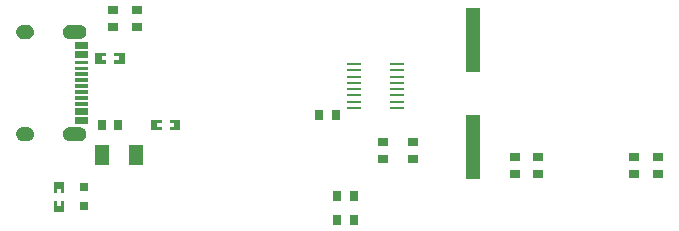
<source format=gtp>
G04 Layer: TopPasteMaskLayer*
G04 EasyEDA Pro v2.2.27.1, 2024-09-16 11:55:17*
G04 Gerber Generator version 0.3*
G04 Scale: 100 percent, Rotated: No, Reflected: No*
G04 Dimensions in millimeters*
G04 Leading zeros omitted, absolute positions, 3 integers and 5 decimals*
%FSLAX35Y35*%
%MOMM*%
%ADD10R,0.8X0.9*%
%ADD11R,0.9X0.8*%
%ADD12R,0.8X0.9*%
%ADD13R,1.2X0.25001*%
%ADD14R,1.3X5.49999*%
%ADD15R,0.9089X0.8*%
%ADD16R,0.9X0.8*%
%ADD17R,0.8001X0.8001*%
%ADD18R,1.19009X1.72799*%
G75*


G04 PolygonModel Start*
G36*
G01X576204Y-876607D02*
G01X686204Y-876607D01*
G01X686204Y-846605D01*
G01X576204Y-846605D01*
G01X576204Y-876607D01*
G37*
G36*
G01X686204Y-896617D02*
G01X576204Y-896617D01*
G01X576204Y-926620D01*
G01X686204Y-926620D01*
G01X686204Y-896617D01*
G37*
G36*
G01X686204Y-386598D02*
G01X576204Y-386598D01*
G01X576204Y-446598D01*
G01X686204Y-446598D01*
G01X686204Y-386598D01*
G37*
G36*
G01X576204Y-826595D02*
G01X686204Y-826595D01*
G01X686204Y-796592D01*
G01X576204Y-796592D01*
G01X576204Y-826595D01*
G37*
G36*
G01X686204Y-946617D02*
G01X576204Y-946617D01*
G01X576204Y-1006617D01*
G01X686204Y-1006617D01*
G01X686204Y-946617D01*
G37*
G36*
G01X576204Y-1086602D02*
G01X686204Y-1086602D01*
G01X686204Y-1026602D01*
G01X576204Y-1026602D01*
G01X576204Y-1086602D01*
G37*
G36*
G01X576204Y-776608D02*
G01X686204Y-776608D01*
G01X686204Y-746605D01*
G01X576204Y-746605D01*
G01X576204Y-776608D01*
G37*
G36*
G01X576204Y-726595D02*
G01X686204Y-726595D01*
G01X686204Y-696592D01*
G01X576204Y-696592D01*
G01X576204Y-726595D01*
G37*
G36*
G01X686204Y-466608D02*
G01X576204Y-466608D01*
G01X576204Y-526608D01*
G01X686204Y-526608D01*
G01X686204Y-466608D01*
G37*
G36*
G01X576204Y-676608D02*
G01X686204Y-676608D01*
G01X686204Y-646605D01*
G01X576204Y-646605D01*
G01X576204Y-676608D01*
G37*
G36*
G01X576204Y-626621D02*
G01X686204Y-626621D01*
G01X686204Y-596618D01*
G01X576204Y-596618D01*
G01X576204Y-626621D01*
G37*
G36*
G01X576204Y-576608D02*
G01X686204Y-576608D01*
G01X686204Y-546605D01*
G01X576204Y-546605D01*
G01X576204Y-576608D01*
G37*
G36*
G01X676044Y-1173582D02*
G01X676194Y-1170595D01*
G01X676194Y-1167602D01*
G01X676044Y-1164615D01*
G01X675747Y-1161639D01*
G01X675300Y-1158679D01*
G01X674708Y-1155748D01*
G01X673969Y-1152848D01*
G01X673087Y-1149990D01*
G01X672064Y-1147178D01*
G01X670903Y-1144422D01*
G01X669605Y-1141725D01*
G01X668172Y-1139099D01*
G01X666613Y-1136546D01*
G01X664929Y-1134074D01*
G01X663120Y-1131689D01*
G01X661198Y-1129398D01*
G01X659163Y-1127204D01*
G01X657022Y-1125116D01*
G01X654779Y-1123135D01*
G01X652440Y-1121270D01*
G01X650011Y-1119525D01*
G01X647497Y-1117902D01*
G01X644906Y-1116406D01*
G01X642244Y-1115040D01*
G01X639519Y-1113810D01*
G01X636732Y-1112718D01*
G01X633898Y-1111763D01*
G01X631017Y-1110953D01*
G01X628101Y-1110287D01*
G01X625155Y-1109769D01*
G01X622186Y-1109396D01*
G01X619201Y-1109172D01*
G01X616212Y-1109099D01*
G01X536212Y-1109099D01*
G01X533222Y-1109172D01*
G01X530238Y-1109396D01*
G01X527268Y-1109769D01*
G01X524322Y-1110287D01*
G01X521406Y-1110953D01*
G01X518526Y-1111763D01*
G01X515691Y-1112718D01*
G01X512905Y-1113810D01*
G01X510179Y-1115040D01*
G01X507517Y-1116406D01*
G01X504927Y-1117902D01*
G01X502412Y-1119525D01*
G01X499984Y-1121270D01*
G01X497644Y-1123135D01*
G01X495402Y-1125116D01*
G01X493260Y-1127204D01*
G01X491226Y-1129398D01*
G01X489303Y-1131689D01*
G01X487495Y-1134074D01*
G01X485811Y-1136546D01*
G01X484251Y-1139099D01*
G01X482818Y-1141725D01*
G01X481521Y-1144422D01*
G01X480360Y-1147178D01*
G01X479336Y-1149990D01*
G01X478455Y-1152848D01*
G01X477716Y-1155748D01*
G01X477124Y-1158679D01*
G01X476677Y-1161639D01*
G01X476380Y-1164615D01*
G01X476230Y-1167602D01*
G01X476230Y-1170595D01*
G01X476380Y-1173582D01*
G01X476677Y-1176558D01*
G01X477124Y-1179518D01*
G01X477716Y-1182449D01*
G01X478455Y-1185349D01*
G01X479336Y-1188207D01*
G01X480360Y-1191019D01*
G01X481521Y-1193775D01*
G01X482818Y-1196472D01*
G01X484251Y-1199098D01*
G01X485811Y-1201651D01*
G01X487495Y-1204123D01*
G01X489303Y-1206508D01*
G01X491226Y-1208799D01*
G01X493260Y-1210993D01*
G01X495402Y-1213081D01*
G01X497644Y-1215062D01*
G01X499984Y-1216927D01*
G01X502412Y-1218672D01*
G01X504927Y-1220295D01*
G01X507517Y-1221791D01*
G01X510179Y-1223157D01*
G01X512905Y-1224387D01*
G01X515691Y-1225479D01*
G01X518526Y-1226434D01*
G01X521406Y-1227244D01*
G01X524322Y-1227910D01*
G01X527268Y-1228428D01*
G01X530238Y-1228801D01*
G01X533222Y-1229025D01*
G01X536212Y-1229098D01*
G01X616212Y-1229098D01*
G01X619201Y-1229025D01*
G01X622186Y-1228801D01*
G01X625155Y-1228428D01*
G01X628101Y-1227910D01*
G01X631017Y-1227244D01*
G01X633898Y-1226434D01*
G01X636732Y-1225479D01*
G01X639519Y-1224387D01*
G01X642244Y-1223157D01*
G01X644906Y-1221791D01*
G01X647497Y-1220295D01*
G01X650011Y-1218672D01*
G01X652440Y-1216927D01*
G01X654779Y-1215062D01*
G01X657022Y-1213081D01*
G01X659163Y-1210993D01*
G01X661198Y-1208799D01*
G01X663120Y-1206508D01*
G01X664929Y-1204123D01*
G01X666613Y-1201651D01*
G01X668172Y-1199098D01*
G01X669605Y-1196472D01*
G01X670903Y-1193775D01*
G01X672064Y-1191019D01*
G01X673087Y-1188207D01*
G01X673969Y-1185349D01*
G01X674708Y-1182449D01*
G01X675300Y-1179518D01*
G01X675747Y-1176558D01*
G01X676044Y-1173582D01*
G37*
G36*
G01X676194Y-302605D02*
G01X676044Y-299618D01*
G01X675747Y-296642D01*
G01X675300Y-293682D01*
G01X674708Y-290751D01*
G01X673969Y-287851D01*
G01X673087Y-284993D01*
G01X672064Y-282181D01*
G01X670903Y-279425D01*
G01X669605Y-276728D01*
G01X668172Y-274102D01*
G01X666613Y-271549D01*
G01X664929Y-269077D01*
G01X663120Y-266692D01*
G01X661198Y-264401D01*
G01X659163Y-262207D01*
G01X657022Y-260119D01*
G01X654779Y-258138D01*
G01X652440Y-256273D01*
G01X650011Y-254528D01*
G01X647497Y-252905D01*
G01X644906Y-251409D01*
G01X642244Y-250043D01*
G01X639519Y-248813D01*
G01X636732Y-247721D01*
G01X633898Y-246766D01*
G01X631017Y-245956D01*
G01X628101Y-245290D01*
G01X625155Y-244772D01*
G01X622186Y-244399D01*
G01X619201Y-244175D01*
G01X616212Y-244102D01*
G01X536212Y-244102D01*
G01X533222Y-244175D01*
G01X530238Y-244399D01*
G01X527268Y-244772D01*
G01X524322Y-245290D01*
G01X521406Y-245956D01*
G01X518526Y-246766D01*
G01X515691Y-247721D01*
G01X512905Y-248813D01*
G01X510179Y-250043D01*
G01X507517Y-251409D01*
G01X504927Y-252905D01*
G01X502412Y-254528D01*
G01X499984Y-256273D01*
G01X497644Y-258138D01*
G01X495402Y-260119D01*
G01X493260Y-262207D01*
G01X491226Y-264401D01*
G01X489303Y-266692D01*
G01X487495Y-269077D01*
G01X485811Y-271549D01*
G01X484251Y-274102D01*
G01X482818Y-276728D01*
G01X481521Y-279425D01*
G01X480360Y-282181D01*
G01X479336Y-284993D01*
G01X478455Y-287851D01*
G01X477716Y-290751D01*
G01X477124Y-293682D01*
G01X476677Y-296642D01*
G01X476380Y-299618D01*
G01X476230Y-302605D01*
G01X476230Y-305598D01*
G01X476380Y-308585D01*
G01X476677Y-311561D01*
G01X477124Y-314521D01*
G01X477716Y-317452D01*
G01X478455Y-320352D01*
G01X479336Y-323210D01*
G01X480360Y-326022D01*
G01X481521Y-328778D01*
G01X482818Y-331475D01*
G01X484251Y-334101D01*
G01X485811Y-336654D01*
G01X487495Y-339126D01*
G01X489303Y-341511D01*
G01X491226Y-343802D01*
G01X493260Y-345996D01*
G01X495402Y-348084D01*
G01X497644Y-350065D01*
G01X499984Y-351930D01*
G01X502412Y-353675D01*
G01X504927Y-355298D01*
G01X507517Y-356794D01*
G01X510179Y-358160D01*
G01X512905Y-359390D01*
G01X515691Y-360482D01*
G01X518526Y-361437D01*
G01X521406Y-362247D01*
G01X524322Y-362913D01*
G01X527268Y-363431D01*
G01X530238Y-363804D01*
G01X533222Y-364028D01*
G01X536212Y-364101D01*
G01X616212Y-364101D01*
G01X619201Y-364028D01*
G01X622186Y-363804D01*
G01X625155Y-363431D01*
G01X628101Y-362913D01*
G01X631017Y-362247D01*
G01X633898Y-361437D01*
G01X636732Y-360482D01*
G01X639519Y-359390D01*
G01X642244Y-358160D01*
G01X644906Y-356794D01*
G01X647497Y-355298D01*
G01X650011Y-353675D01*
G01X652440Y-351930D01*
G01X654779Y-350065D01*
G01X657022Y-348084D01*
G01X659163Y-345996D01*
G01X661198Y-343802D01*
G01X663120Y-341511D01*
G01X664929Y-339126D01*
G01X666613Y-336654D01*
G01X668172Y-334101D01*
G01X669605Y-331475D01*
G01X670903Y-328778D01*
G01X672064Y-326022D01*
G01X673087Y-323210D01*
G01X673969Y-320352D01*
G01X674708Y-317452D01*
G01X675300Y-314521D01*
G01X675747Y-311561D01*
G01X676044Y-308585D01*
G01X676194Y-305598D01*
G01X676194Y-302605D01*
G37*
G36*
G01X231028Y-308585D02*
G01X231178Y-305598D01*
G01X231178Y-302605D01*
G01X231028Y-299618D01*
G01X230731Y-296642D01*
G01X230284Y-293682D01*
G01X229692Y-290751D01*
G01X228953Y-287851D01*
G01X228072Y-284993D01*
G01X227048Y-282181D01*
G01X225887Y-279425D01*
G01X224589Y-276728D01*
G01X223157Y-274102D01*
G01X221597Y-271549D01*
G01X219913Y-269077D01*
G01X218105Y-266692D01*
G01X216182Y-264401D01*
G01X214147Y-262207D01*
G01X212006Y-260119D01*
G01X209763Y-258138D01*
G01X207424Y-256273D01*
G01X204996Y-254528D01*
G01X202481Y-252905D01*
G01X199890Y-251409D01*
G01X197228Y-250043D01*
G01X194503Y-248813D01*
G01X191717Y-247721D01*
G01X188882Y-246766D01*
G01X186002Y-245956D01*
G01X183086Y-245290D01*
G01X180139Y-244772D01*
G01X177170Y-244399D01*
G01X174186Y-244175D01*
G01X171196Y-244102D01*
G01X141196Y-244102D01*
G01X138206Y-244175D01*
G01X135222Y-244399D01*
G01X132253Y-244772D01*
G01X129306Y-245290D01*
G01X126390Y-245956D01*
G01X123510Y-246766D01*
G01X120675Y-247721D01*
G01X117889Y-248813D01*
G01X115164Y-250043D01*
G01X112502Y-251409D01*
G01X109911Y-252905D01*
G01X107396Y-254528D01*
G01X104968Y-256273D01*
G01X102629Y-258138D01*
G01X100386Y-260119D01*
G01X98245Y-262207D01*
G01X96210Y-264401D01*
G01X94287Y-266692D01*
G01X92479Y-269077D01*
G01X90795Y-271549D01*
G01X89235Y-274102D01*
G01X87803Y-276728D01*
G01X86505Y-279425D01*
G01X85344Y-282181D01*
G01X84320Y-284993D01*
G01X83439Y-287851D01*
G01X82700Y-290751D01*
G01X82108Y-293682D01*
G01X81661Y-296642D01*
G01X81364Y-299618D01*
G01X81214Y-302605D01*
G01X81214Y-305598D01*
G01X81364Y-308585D01*
G01X81661Y-311561D01*
G01X82108Y-314521D01*
G01X82700Y-317452D01*
G01X83439Y-320352D01*
G01X84320Y-323210D01*
G01X85344Y-326022D01*
G01X86505Y-328778D01*
G01X87803Y-331475D01*
G01X89235Y-334101D01*
G01X90795Y-336654D01*
G01X92479Y-339126D01*
G01X94287Y-341511D01*
G01X96210Y-343802D01*
G01X98245Y-345996D01*
G01X100386Y-348084D01*
G01X102629Y-350065D01*
G01X104968Y-351930D01*
G01X107396Y-353675D01*
G01X109911Y-355298D01*
G01X112502Y-356794D01*
G01X115164Y-358160D01*
G01X117889Y-359390D01*
G01X120675Y-360482D01*
G01X123510Y-361437D01*
G01X126390Y-362247D01*
G01X129306Y-362913D01*
G01X132253Y-363431D01*
G01X135222Y-363804D01*
G01X138206Y-364028D01*
G01X141196Y-364101D01*
G01X171196Y-364101D01*
G01X174186Y-364028D01*
G01X177170Y-363804D01*
G01X180139Y-363431D01*
G01X183086Y-362913D01*
G01X186002Y-362247D01*
G01X188882Y-361437D01*
G01X191717Y-360482D01*
G01X194503Y-359390D01*
G01X197228Y-358160D01*
G01X199890Y-356794D01*
G01X202481Y-355298D01*
G01X204996Y-353675D01*
G01X207424Y-351930D01*
G01X209763Y-350065D01*
G01X212006Y-348084D01*
G01X214147Y-345996D01*
G01X216182Y-343802D01*
G01X218105Y-341511D01*
G01X219913Y-339126D01*
G01X221597Y-336654D01*
G01X223157Y-334101D01*
G01X224589Y-331475D01*
G01X225887Y-328778D01*
G01X227048Y-326022D01*
G01X228072Y-323210D01*
G01X228953Y-320352D01*
G01X229692Y-317452D01*
G01X230284Y-314521D01*
G01X230731Y-311561D01*
G01X231028Y-308585D01*
G37*
G36*
G01X231178Y-1167602D02*
G01X231028Y-1164615D01*
G01X230731Y-1161639D01*
G01X230284Y-1158679D01*
G01X229692Y-1155748D01*
G01X228953Y-1152848D01*
G01X228072Y-1149990D01*
G01X227048Y-1147178D01*
G01X225887Y-1144422D01*
G01X224589Y-1141725D01*
G01X223157Y-1139099D01*
G01X221597Y-1136546D01*
G01X219913Y-1134074D01*
G01X218105Y-1131689D01*
G01X216182Y-1129398D01*
G01X214147Y-1127204D01*
G01X212006Y-1125116D01*
G01X209763Y-1123135D01*
G01X207424Y-1121270D01*
G01X204996Y-1119525D01*
G01X202481Y-1117902D01*
G01X199890Y-1116406D01*
G01X197228Y-1115040D01*
G01X194503Y-1113810D01*
G01X191717Y-1112718D01*
G01X188882Y-1111763D01*
G01X186002Y-1110953D01*
G01X183086Y-1110287D01*
G01X180139Y-1109769D01*
G01X177170Y-1109396D01*
G01X174186Y-1109172D01*
G01X171196Y-1109099D01*
G01X141196Y-1109099D01*
G01X138206Y-1109172D01*
G01X135222Y-1109396D01*
G01X132253Y-1109769D01*
G01X129306Y-1110287D01*
G01X126390Y-1110953D01*
G01X123510Y-1111763D01*
G01X120675Y-1112718D01*
G01X117889Y-1113810D01*
G01X115164Y-1115040D01*
G01X112502Y-1116406D01*
G01X109911Y-1117902D01*
G01X107396Y-1119525D01*
G01X104968Y-1121270D01*
G01X102629Y-1123135D01*
G01X100386Y-1125116D01*
G01X98245Y-1127204D01*
G01X96210Y-1129398D01*
G01X94287Y-1131689D01*
G01X92479Y-1134074D01*
G01X90795Y-1136546D01*
G01X89235Y-1139099D01*
G01X87803Y-1141725D01*
G01X86505Y-1144422D01*
G01X85344Y-1147178D01*
G01X84320Y-1149990D01*
G01X83439Y-1152848D01*
G01X82700Y-1155748D01*
G01X82108Y-1158679D01*
G01X81661Y-1161639D01*
G01X81364Y-1164615D01*
G01X81214Y-1167602D01*
G01X81214Y-1170595D01*
G01X81364Y-1173582D01*
G01X81661Y-1176558D01*
G01X82108Y-1179518D01*
G01X82700Y-1182449D01*
G01X83439Y-1185349D01*
G01X84320Y-1188207D01*
G01X85344Y-1191019D01*
G01X86505Y-1193775D01*
G01X87803Y-1196472D01*
G01X89235Y-1199098D01*
G01X90795Y-1201651D01*
G01X92479Y-1204123D01*
G01X94287Y-1206508D01*
G01X96210Y-1208799D01*
G01X98245Y-1210993D01*
G01X100386Y-1213081D01*
G01X102629Y-1215062D01*
G01X104968Y-1216927D01*
G01X107396Y-1218672D01*
G01X109911Y-1220295D01*
G01X112502Y-1221791D01*
G01X115164Y-1223157D01*
G01X117889Y-1224387D01*
G01X120675Y-1225479D01*
G01X123510Y-1226434D01*
G01X126390Y-1227244D01*
G01X129306Y-1227910D01*
G01X132253Y-1228428D01*
G01X135222Y-1228801D01*
G01X138206Y-1229025D01*
G01X141196Y-1229098D01*
G01X171196Y-1229098D01*
G01X174186Y-1229025D01*
G01X177170Y-1228801D01*
G01X180139Y-1228428D01*
G01X183086Y-1227910D01*
G01X186002Y-1227244D01*
G01X188882Y-1226434D01*
G01X191717Y-1225479D01*
G01X194503Y-1224387D01*
G01X197228Y-1223157D01*
G01X199890Y-1221791D01*
G01X202481Y-1220295D01*
G01X204996Y-1218672D01*
G01X207424Y-1216927D01*
G01X209763Y-1215062D01*
G01X212006Y-1213081D01*
G01X214147Y-1210993D01*
G01X216182Y-1208799D01*
G01X218105Y-1206508D01*
G01X219913Y-1204123D01*
G01X221597Y-1201651D01*
G01X223157Y-1199098D01*
G01X224589Y-1196472D01*
G01X225887Y-1193775D01*
G01X227048Y-1191019D01*
G01X228072Y-1188207D01*
G01X228953Y-1185349D01*
G01X229692Y-1182449D01*
G01X230284Y-1179518D01*
G01X230731Y-1176558D01*
G01X231028Y-1173582D01*
G01X231178Y-1170595D01*
G01X231178Y-1167602D01*
G37*
G36*
G01X1226698Y-1137199D02*
G01X1306698Y-1137199D01*
G01X1311699Y-1132197D01*
G01X1311699Y-1109401D01*
G01X1274699Y-1109401D01*
G01X1274699Y-1076401D01*
G01X1311699Y-1076401D01*
G01X1311699Y-1052198D01*
G01X1306698Y-1047199D01*
G01X1226698Y-1047199D01*
G01X1221699Y-1052198D01*
G01X1221699Y-1132197D01*
G01X1226698Y-1137199D01*
G37*
G36*
G01X1465702Y-1047201D02*
G01X1385702Y-1047201D01*
G01X1380701Y-1052203D01*
G01X1380701Y-1074999D01*
G01X1417701Y-1074999D01*
G01X1417701Y-1107999D01*
G01X1380701Y-1107999D01*
G01X1380701Y-1132202D01*
G01X1385702Y-1137201D01*
G01X1465702Y-1137201D01*
G01X1470701Y-1132202D01*
G01X1470701Y-1052203D01*
G01X1465702Y-1047201D01*
G37*
G36*
G01X756798Y-570883D02*
G01X836798Y-570883D01*
G01X841799Y-565882D01*
G01X841799Y-543085D01*
G01X804799Y-543085D01*
G01X804799Y-510085D01*
G01X841799Y-510085D01*
G01X841799Y-485882D01*
G01X836798Y-480883D01*
G01X756798Y-480883D01*
G01X751799Y-485882D01*
G01X751799Y-565882D01*
G01X756798Y-570883D01*
G37*
G36*
G01X995802Y-480885D02*
G01X915802Y-480885D01*
G01X910801Y-485887D01*
G01X910801Y-508683D01*
G01X947801Y-508683D01*
G01X947801Y-541683D01*
G01X910801Y-541683D01*
G01X910801Y-565887D01*
G01X915802Y-570885D01*
G01X995802Y-570885D01*
G01X1000801Y-565887D01*
G01X1000801Y-485887D01*
G01X995802Y-480885D01*
G37*
G36*
G01X489499Y-1821302D02*
G01X489499Y-1741302D01*
G01X484497Y-1736301D01*
G01X461701Y-1736301D01*
G01X461701Y-1773301D01*
G01X428701Y-1773301D01*
G01X428701Y-1736301D01*
G01X404498Y-1736301D01*
G01X399499Y-1741302D01*
G01X399499Y-1821302D01*
G01X404498Y-1826301D01*
G01X484497Y-1826301D01*
G01X489499Y-1821302D01*
G37*
G36*
G01X399501Y-1582298D02*
G01X399501Y-1662298D01*
G01X404503Y-1667299D01*
G01X427299Y-1667299D01*
G01X427299Y-1630299D01*
G01X460299Y-1630299D01*
G01X460299Y-1667299D01*
G01X484502Y-1667299D01*
G01X489501Y-1662298D01*
G01X489501Y-1582298D01*
G01X484502Y-1577299D01*
G01X404503Y-1577299D01*
G01X399501Y-1582298D01*
G37*

G04 Pad Start*
G54D10*
G01X2787802Y-1003300D03*
G01X2647798Y-1003300D03*
G54D11*
G01X3187700Y-1238098D03*
G01X3187700Y-1378102D03*
G01X3441700Y-1238098D03*
G01X3441700Y-1378102D03*
G54D12*
G01X805523Y-1092200D03*
G01X945528Y-1092200D03*
G54D13*
G01X2944190Y-576504D03*
G01X2944190Y-629514D03*
G01X2944190Y-682498D03*
G01X2944190Y-735508D03*
G01X2944190Y-788492D03*
G01X2944190Y-841502D03*
G01X2944190Y-894512D03*
G01X2944190Y-947496D03*
G01X3304210Y-947496D03*
G01X3304210Y-894512D03*
G01X3304210Y-841502D03*
G01X3304210Y-788492D03*
G01X3304210Y-735508D03*
G01X3304210Y-682498D03*
G01X3304210Y-629514D03*
G01X3304210Y-576504D03*
G54D14*
G01X3949700Y-1280795D03*
G01X3949700Y-370205D03*
G54D11*
G01X5314241Y-1365105D03*
G01X5314241Y-1505110D03*
G01X5516489Y-1364800D03*
G01X5516489Y-1504805D03*
G01X4305300Y-1365098D03*
G01X4305300Y-1505102D03*
G01X4495800Y-1365098D03*
G01X4495800Y-1505102D03*
G54D12*
G01X2800198Y-1689100D03*
G01X2940202Y-1689100D03*
G01X2800289Y-1897258D03*
G01X2940294Y-1897258D03*
G54D16*
G01X901700Y-260502D03*
G01X901700Y-120498D03*
G01X1104900Y-260502D03*
G01X1104900Y-120498D03*
G54D17*
G01X653593Y-1778612D03*
G01X653085Y-1618592D03*
G54D18*
G01X807999Y-1346200D03*
G01X1097001Y-1346200D03*
G04 Pad End*

M02*


</source>
